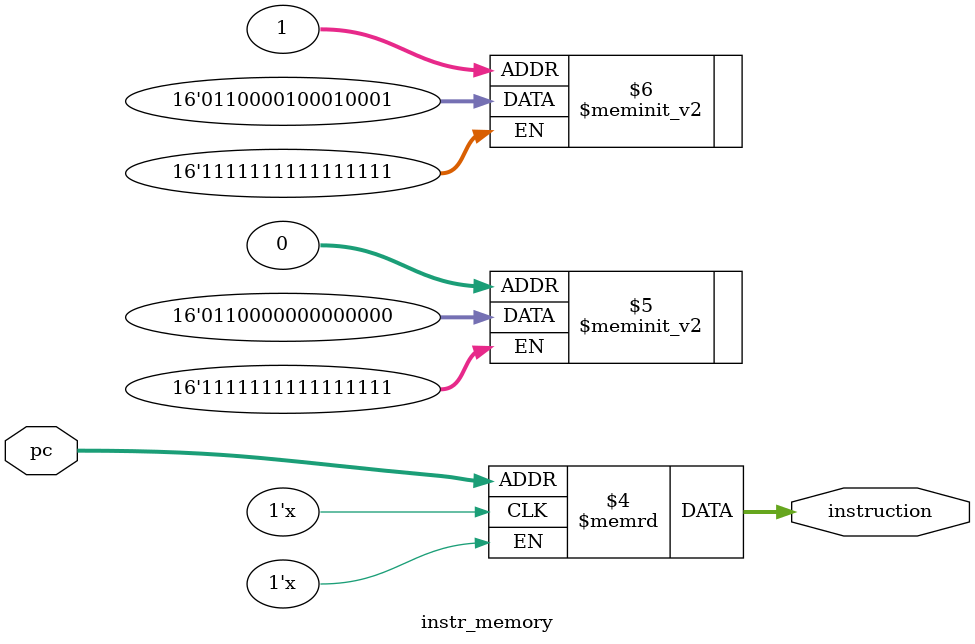
<source format=v>
`timescale 1ns / 1ps


module instr_memory(
    input [4:0] pc,
    output reg [15:0] instruction
    );
    
    reg [15:0] ROM [0:31];
    
    initial begin
            // Demo: Multiplication Pogram
            ROM[0] = {4'b0110,4'b0000,4'b0000,4'b0000};  // sub R0, R0, R0   ==> R0 = 0
            ROM[1] = {4'b0110,4'b0001,4'b0001,4'b0001};  // sub R1, R1, R1   ==> R1 = 0
            /* ROM[2] = {4'b1000,4'b0000,4'b0100,4'b1110};  // lw R4, 14(R0)    ==> R4 = MM[14] = 1
            ROM[3] = {4'b1000,4'b0000,4'b0010,4'b0001};  // lw R2, 1(R0)     ==> R2 = MM[1] = 3
            ROM[4] = {4'b1000,4'b0000,4'b0011,4'b0010};  // lw R3, 2(R0)     ==> R3 = MM[2] = 10
            //*ROM[5] = {4'b0010,4'b0001,4'b0010,4'b0001};  // add R1, R1, R2   ==> R1 = R1 + R2
            ROM[6] = {4'b0110,4'b0011,4'b0100,4'b0011};  // sub R3, R3, R4   ==> R3 = R3 - 1
            ROM[7] = {4'b1110,4'b0011,4'b0000,4'b1101};  // bne R3, R0, LOOP ==> (R3 != 0)? PC = PC + (-3)
            ROM[8] = {4'b1010,4'b0000,4'b0001,4'b0111};  // sw R1, 7(R0)     ==> MM[7] = R1
            ROM[9] = {4'b1000,4'b0000,4'b0011,4'b0111};  // lw R3, 7(R0)     ==> R3 = MM[7]
            ROM[10]= {4'b1000,4'b0000,4'b0000,4'b1111};  // lw R0, 15(R0)    ==> R0 = MM[15] = 0x00FF
            ROM[11]= {4'b1111,4'b0000,4'b0001,4'b1111};  // j 31             ==> PC = 31
            ROM[31]= {4'b1111,4'b0000,4'b0000,4'b0000};  // j 0              ==> PC = 0
    */
    end
    
    always @(*)
        instruction = ROM[pc];
        
endmodule



</source>
